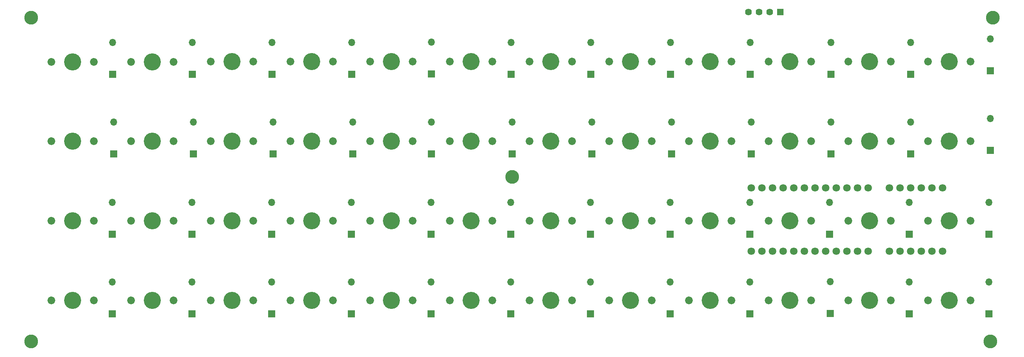
<source format=gts>
%TF.GenerationSoftware,KiCad,Pcbnew,(5.1.6)-1*%
%TF.CreationDate,2020-05-26T22:06:07-05:00*%
%TF.ProjectId,cerkit48,6365726b-6974-4343-982e-6b696361645f,rev?*%
%TF.SameCoordinates,Original*%
%TF.FileFunction,Soldermask,Top*%
%TF.FilePolarity,Negative*%
%FSLAX46Y46*%
G04 Gerber Fmt 4.6, Leading zero omitted, Abs format (unit mm)*
G04 Created by KiCad (PCBNEW (5.1.6)-1) date 2020-05-26 22:06:07*
%MOMM*%
%LPD*%
G01*
G04 APERTURE LIST*
%ADD10C,3.300000*%
%ADD11C,4.087800*%
%ADD12C,1.850000*%
%ADD13O,1.700000X1.700000*%
%ADD14R,1.700000X1.700000*%
%ADD15C,1.800000*%
%ADD16C,1.624000*%
%ADD17R,1.624000X1.624000*%
G04 APERTURE END LIST*
D10*
%TO.C,H2*%
X256540000Y-54610000D03*
%TD*%
D11*
%TO.C,SW31*%
X131762500Y-103187500D03*
D12*
X126682500Y-103187500D03*
X136842500Y-103187500D03*
%TD*%
D11*
%TO.C,SW27*%
X55562500Y-103187500D03*
D12*
X50482500Y-103187500D03*
X60642500Y-103187500D03*
%TD*%
D11*
%TO.C,SW32*%
X150812500Y-103187500D03*
D12*
X145732500Y-103187500D03*
X155892500Y-103187500D03*
%TD*%
D11*
%TO.C,SW29*%
X93662500Y-103187500D03*
D12*
X88582500Y-103187500D03*
X98742500Y-103187500D03*
%TD*%
D11*
%TO.C,SW26*%
X36512500Y-103187500D03*
D12*
X31432500Y-103187500D03*
X41592500Y-103187500D03*
%TD*%
D11*
%TO.C,SW30*%
X112712500Y-103187500D03*
D12*
X107632500Y-103187500D03*
X117792500Y-103187500D03*
%TD*%
D11*
%TO.C,SW35*%
X207962500Y-103187500D03*
D12*
X202882500Y-103187500D03*
X213042500Y-103187500D03*
%TD*%
%TO.C,SW37*%
X251142500Y-103187500D03*
X240982500Y-103187500D03*
D11*
X246062500Y-103187500D03*
%TD*%
%TO.C,SW33*%
X169862500Y-103187500D03*
D12*
X164782500Y-103187500D03*
X174942500Y-103187500D03*
%TD*%
D11*
%TO.C,SW28*%
X74612500Y-103187500D03*
D12*
X69532500Y-103187500D03*
X79692500Y-103187500D03*
%TD*%
D11*
%TO.C,SW34*%
X188912500Y-103187500D03*
D12*
X183832500Y-103187500D03*
X193992500Y-103187500D03*
%TD*%
D11*
%TO.C,SW36*%
X227012500Y-103187500D03*
D12*
X221932500Y-103187500D03*
X232092500Y-103187500D03*
%TD*%
D13*
%TO.C,D34*%
X217487500Y-98742500D03*
D14*
X217487500Y-106362500D03*
%TD*%
D13*
%TO.C,D44*%
X179387500Y-117792500D03*
D14*
X179387500Y-125412500D03*
%TD*%
D11*
%TO.C,SW15*%
X55562500Y-84137500D03*
D12*
X50482500Y-84137500D03*
X60642500Y-84137500D03*
%TD*%
D11*
%TO.C,SW3*%
X55562500Y-65117832D03*
D12*
X50482500Y-65117832D03*
X60642500Y-65117832D03*
%TD*%
D11*
%TO.C,SW20*%
X150812500Y-84137500D03*
D12*
X145732500Y-84137500D03*
X155892500Y-84137500D03*
%TD*%
D13*
%TO.C,D43*%
X160337500Y-117792500D03*
D14*
X160337500Y-125412500D03*
%TD*%
D11*
%TO.C,SW8*%
X150812500Y-65087500D03*
D12*
X145732500Y-65087500D03*
X155892500Y-65087500D03*
%TD*%
D11*
%TO.C,SW48*%
X227012500Y-122237500D03*
D12*
X221932500Y-122237500D03*
X232092500Y-122237500D03*
%TD*%
D11*
%TO.C,SW47*%
X207962500Y-122237500D03*
D12*
X202882500Y-122237500D03*
X213042500Y-122237500D03*
%TD*%
D11*
%TO.C,SW6*%
X112712500Y-65087500D03*
D12*
X107632500Y-65087500D03*
X117792500Y-65087500D03*
%TD*%
D11*
%TO.C,SW9*%
X169862500Y-65087500D03*
D12*
X164782500Y-65087500D03*
X174942500Y-65087500D03*
%TD*%
D11*
%TO.C,SW49*%
X246062500Y-122237500D03*
D12*
X240982500Y-122237500D03*
X251142500Y-122237500D03*
%TD*%
D11*
%TO.C,SW46*%
X188912500Y-122237500D03*
D12*
X183832500Y-122237500D03*
X193992500Y-122237500D03*
%TD*%
D11*
%TO.C,SW45*%
X169862500Y-122237500D03*
D12*
X164782500Y-122237500D03*
X174942500Y-122237500D03*
%TD*%
D11*
%TO.C,SW22*%
X188912500Y-84137500D03*
D12*
X183832500Y-84137500D03*
X193992500Y-84137500D03*
%TD*%
D11*
%TO.C,SW19*%
X131762500Y-84137500D03*
D12*
X126682500Y-84137500D03*
X136842500Y-84137500D03*
%TD*%
D11*
%TO.C,SW13*%
X246062500Y-65087500D03*
D12*
X240982500Y-65087500D03*
X251142500Y-65087500D03*
%TD*%
D11*
%TO.C,SW11*%
X207962500Y-65087500D03*
D12*
X202882500Y-65087500D03*
X213042500Y-65087500D03*
%TD*%
D11*
%TO.C,SW25*%
X246062500Y-84137500D03*
D12*
X240982500Y-84137500D03*
X251142500Y-84137500D03*
%TD*%
D11*
%TO.C,SW23*%
X207962500Y-84137500D03*
D12*
X202882500Y-84137500D03*
X213042500Y-84137500D03*
%TD*%
D11*
%TO.C,SW18*%
X112712500Y-84137500D03*
D12*
X107632500Y-84137500D03*
X117792500Y-84137500D03*
%TD*%
D11*
%TO.C,SW38*%
X36512500Y-122237500D03*
D12*
X31432500Y-122237500D03*
X41592500Y-122237500D03*
%TD*%
D11*
%TO.C,SW39*%
X55562500Y-122237500D03*
D12*
X50482500Y-122237500D03*
X60642500Y-122237500D03*
%TD*%
D11*
%TO.C,SW17*%
X93662500Y-84137500D03*
D12*
X88582500Y-84137500D03*
X98742500Y-84137500D03*
%TD*%
D11*
%TO.C,SW14*%
X36512500Y-84137500D03*
D12*
X31432500Y-84137500D03*
X41592500Y-84137500D03*
%TD*%
D11*
%TO.C,SW41*%
X93662500Y-122237500D03*
D12*
X88582500Y-122237500D03*
X98742500Y-122237500D03*
%TD*%
D11*
%TO.C,SW21*%
X169862500Y-84137500D03*
D12*
X164782500Y-84137500D03*
X174942500Y-84137500D03*
%TD*%
D11*
%TO.C,SW42*%
X112712500Y-122237500D03*
D12*
X107632500Y-122237500D03*
X117792500Y-122237500D03*
%TD*%
D11*
%TO.C,SW43*%
X131762500Y-122237500D03*
D12*
X126682500Y-122237500D03*
X136842500Y-122237500D03*
%TD*%
D11*
%TO.C,SW44*%
X150812500Y-122237500D03*
D12*
X145732500Y-122237500D03*
X155892500Y-122237500D03*
%TD*%
D11*
%TO.C,SW40*%
X74612500Y-122237500D03*
D12*
X69532500Y-122237500D03*
X79692500Y-122237500D03*
%TD*%
D11*
%TO.C,SW24*%
X227012500Y-84137500D03*
D12*
X221932500Y-84137500D03*
X232092500Y-84137500D03*
%TD*%
D11*
%TO.C,SW16*%
X74612500Y-84137500D03*
D12*
X69532500Y-84137500D03*
X79692500Y-84137500D03*
%TD*%
D11*
%TO.C,SW12*%
X227012500Y-65087500D03*
D12*
X221932500Y-65087500D03*
X232092500Y-65087500D03*
%TD*%
D11*
%TO.C,SW7*%
X131762500Y-65087500D03*
D12*
X126682500Y-65087500D03*
X136842500Y-65087500D03*
%TD*%
D11*
%TO.C,SW4*%
X74612500Y-65087500D03*
D12*
X69532500Y-65087500D03*
X79692500Y-65087500D03*
%TD*%
D13*
%TO.C,D48*%
X255587500Y-117792500D03*
D14*
X255587500Y-125412500D03*
%TD*%
D13*
%TO.C,D47*%
X236537500Y-117792500D03*
D14*
X236537500Y-125412500D03*
%TD*%
D13*
%TO.C,D42*%
X141287500Y-117792500D03*
D14*
X141287500Y-125412500D03*
%TD*%
D13*
%TO.C,D46*%
X217678000Y-117729000D03*
D14*
X217678000Y-125349000D03*
%TD*%
D13*
%TO.C,D41*%
X122237500Y-117792500D03*
D14*
X122237500Y-125412500D03*
%TD*%
D13*
%TO.C,D45*%
X198437500Y-117792500D03*
D14*
X198437500Y-125412500D03*
%TD*%
%TO.C,D37*%
X46037500Y-125412500D03*
D13*
X46037500Y-117792500D03*
%TD*%
%TO.C,D36*%
X255587500Y-98742500D03*
D14*
X255587500Y-106362500D03*
%TD*%
D13*
%TO.C,D35*%
X236537500Y-98742500D03*
D14*
X236537500Y-106362500D03*
%TD*%
D13*
%TO.C,D33*%
X198437500Y-98742500D03*
D14*
X198437500Y-106362500D03*
%TD*%
D11*
%TO.C,SW5*%
X93662500Y-65087500D03*
D12*
X88582500Y-65087500D03*
X98742500Y-65087500D03*
%TD*%
D11*
%TO.C,SW2*%
X36520078Y-65117832D03*
D12*
X31440078Y-65117832D03*
X41600078Y-65117832D03*
%TD*%
D14*
%TO.C,D39*%
X84137500Y-125412500D03*
D13*
X84137500Y-117792500D03*
%TD*%
%TO.C,D38*%
X65087500Y-117792500D03*
D14*
X65087500Y-125412500D03*
%TD*%
D11*
%TO.C,SW10*%
X188912500Y-65087500D03*
D12*
X183832500Y-65087500D03*
X193992500Y-65087500D03*
%TD*%
D13*
%TO.C,D40*%
X103187500Y-117792500D03*
D14*
X103187500Y-125412500D03*
%TD*%
D13*
%TO.C,D8*%
X179451000Y-60483750D03*
D14*
X179451000Y-68103750D03*
%TD*%
D13*
%TO.C,D7*%
X160401000Y-60483750D03*
D14*
X160401000Y-68103750D03*
%TD*%
D13*
%TO.C,D17*%
X122301000Y-79533750D03*
D14*
X122301000Y-87153750D03*
%TD*%
D13*
%TO.C,D18*%
X141605000Y-79533750D03*
D14*
X141605000Y-87153750D03*
%TD*%
D13*
%TO.C,D31*%
X160337500Y-98742500D03*
D14*
X160337500Y-106362500D03*
%TD*%
D13*
%TO.C,D29*%
X122237500Y-98742500D03*
D14*
X122237500Y-106362500D03*
%TD*%
%TO.C,D25*%
X46037500Y-106362500D03*
D13*
X46037500Y-98742500D03*
%TD*%
%TO.C,D22*%
X217805000Y-79533750D03*
D14*
X217805000Y-87153750D03*
%TD*%
D13*
%TO.C,D16*%
X103505000Y-79533750D03*
D14*
X103505000Y-87153750D03*
%TD*%
D13*
%TO.C,D4*%
X103251000Y-60483750D03*
D14*
X103251000Y-68103750D03*
%TD*%
D13*
%TO.C,D32*%
X179387500Y-98742500D03*
D14*
X179387500Y-106362500D03*
%TD*%
D13*
%TO.C,D26*%
X65087500Y-98742500D03*
D14*
X65087500Y-106362500D03*
%TD*%
D13*
%TO.C,D19*%
X160655000Y-79533750D03*
D14*
X160655000Y-87153750D03*
%TD*%
D13*
%TO.C,D24*%
X255905000Y-78740000D03*
D14*
X255905000Y-86360000D03*
%TD*%
D13*
%TO.C,D11*%
X236855000Y-60483750D03*
D14*
X236855000Y-68103750D03*
%TD*%
D13*
%TO.C,D14*%
X65405000Y-79533750D03*
D14*
X65405000Y-87153750D03*
%TD*%
D13*
%TO.C,D10*%
X217805000Y-60483750D03*
D14*
X217805000Y-68103750D03*
%TD*%
D13*
%TO.C,D30*%
X141287500Y-98742500D03*
D14*
X141287500Y-106362500D03*
%TD*%
D13*
%TO.C,D9*%
X198501000Y-60483750D03*
D14*
X198501000Y-68103750D03*
%TD*%
D13*
%TO.C,D20*%
X179705000Y-79533750D03*
D14*
X179705000Y-87153750D03*
%TD*%
D13*
%TO.C,D12*%
X255905000Y-59690000D03*
D14*
X255905000Y-67310000D03*
%TD*%
D13*
%TO.C,D23*%
X236855000Y-79533750D03*
D14*
X236855000Y-87153750D03*
%TD*%
%TO.C,D3*%
X84201000Y-68103750D03*
D13*
X84201000Y-60483750D03*
%TD*%
%TO.C,D2*%
X65151000Y-60483750D03*
D14*
X65151000Y-68103750D03*
%TD*%
%TO.C,D1*%
X46101000Y-68103750D03*
D13*
X46101000Y-60483750D03*
%TD*%
%TO.C,D21*%
X198755000Y-79533750D03*
D14*
X198755000Y-87153750D03*
%TD*%
D13*
%TO.C,D28*%
X103187500Y-98742500D03*
D14*
X103187500Y-106362500D03*
%TD*%
%TO.C,D27*%
X84137500Y-106362500D03*
D13*
X84137500Y-98742500D03*
%TD*%
D14*
%TO.C,D13*%
X46355000Y-87153750D03*
D13*
X46355000Y-79533750D03*
%TD*%
D14*
%TO.C,D15*%
X84455000Y-87153750D03*
D13*
X84455000Y-79533750D03*
%TD*%
%TO.C,D6*%
X141351000Y-60483750D03*
D14*
X141351000Y-68103750D03*
%TD*%
D13*
%TO.C,D5*%
X122301000Y-60452000D03*
D14*
X122301000Y-68072000D03*
%TD*%
D15*
%TO.C,U1*%
X244465000Y-110485000D03*
X241925000Y-110485000D03*
X236845000Y-110485000D03*
X239385000Y-110485000D03*
X231765000Y-110485000D03*
X234305000Y-110485000D03*
X226685000Y-110485000D03*
X219065000Y-110485000D03*
X224145000Y-110485000D03*
X221605000Y-110485000D03*
X216525000Y-110485000D03*
X213985000Y-110485000D03*
X211445000Y-110485000D03*
X206365000Y-110485000D03*
X208905000Y-110485000D03*
X203825000Y-110485000D03*
X201285000Y-110485000D03*
X231765000Y-95270000D03*
X244465000Y-95270000D03*
X236845000Y-95270000D03*
X241925000Y-95270000D03*
X239385000Y-95270000D03*
X234305000Y-95270000D03*
X226685000Y-95270000D03*
X224145000Y-95270000D03*
X221605000Y-95270000D03*
X219065000Y-95270000D03*
X216525000Y-95270000D03*
X213985000Y-95270000D03*
X211445000Y-95270000D03*
X208905000Y-95270000D03*
X206365000Y-95270000D03*
X203825000Y-95270000D03*
X198745000Y-95270000D03*
X201285000Y-95270000D03*
X198745000Y-110485000D03*
%TD*%
D16*
%TO.C,J1*%
X198120000Y-53181250D03*
X200660000Y-53181250D03*
X203200000Y-53181250D03*
D17*
X205740000Y-53181250D03*
%TD*%
D10*
%TO.C,H5*%
X255905000Y-132080000D03*
%TD*%
%TO.C,H4*%
X26670000Y-132080000D03*
%TD*%
%TO.C,H3*%
X141605000Y-92710000D03*
%TD*%
%TO.C,H1*%
X26670000Y-54610000D03*
%TD*%
M02*

</source>
